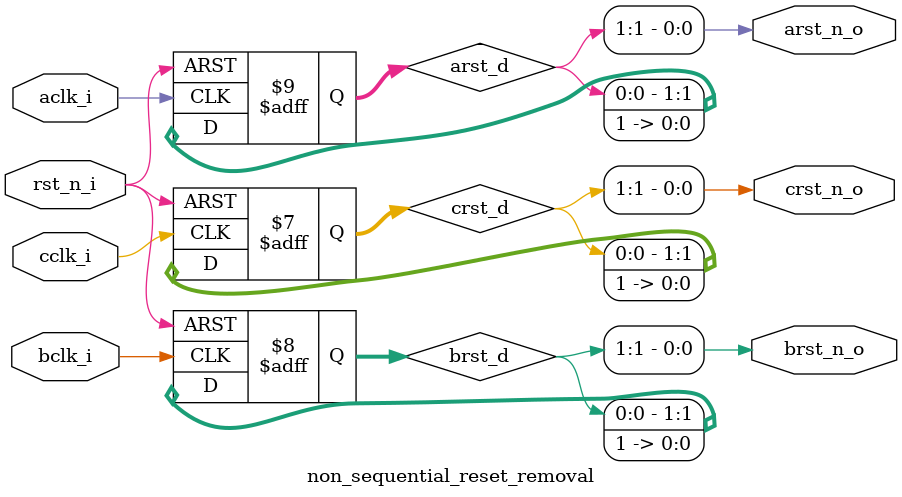
<source format=v>

module non_sequential_reset_removal(
  input      aclk_i,
  input      bclk_i,
  input      cclk_i,
  input      rst_n_i,
  output     arst_n_o,
  output     brst_n_o,
  output     crst_n_o
);

//--------------------------------------------------------------------------------
// Reset synchronizer logic for clock domain A
//--------------------------------------------------------------------------------
  reg  [1:0] arst_d;
  
  always@(posedge aclk_i, negedge rst_n_i) begin
    if (!rst_n_i) begin
	  arst_d <= 1'b0;
	end else begin
	  arst_d <= {arst_d[0], 1'b1};
	end
  end
  
  assign arst_n_o = arst_d[1];
 
//--------------------------------------------------------------------------------
// Reset synchronizer logic for clock domain B
//--------------------------------------------------------------------------------
  reg  [1:0] brst_d;
  
  always@(posedge bclk_i, negedge rst_n_i) begin
    if (!rst_n_i) begin
	  brst_d <= 1'b0;
	end else begin
	  brst_d <= {brst_d[0], 1'b1};
	end
  end
  
  assign brst_n_o = brst_d[1];
  
//--------------------------------------------------------------------------------
// Reset synchronizer logic for clock domain C
//--------------------------------------------------------------------------------
  reg  [1:0] crst_d;
  
  always@(posedge cclk_i, negedge rst_n_i) begin
    if (!rst_n_i) begin
	  crst_d <= 1'b0;
	end else begin
	  crst_d <= {crst_d[0], 1'b1};
	end
  end
  
  assign crst_n_o = crst_d[1];
  
//--------------------------------------------------------------------------------
  
endmodule

</source>
